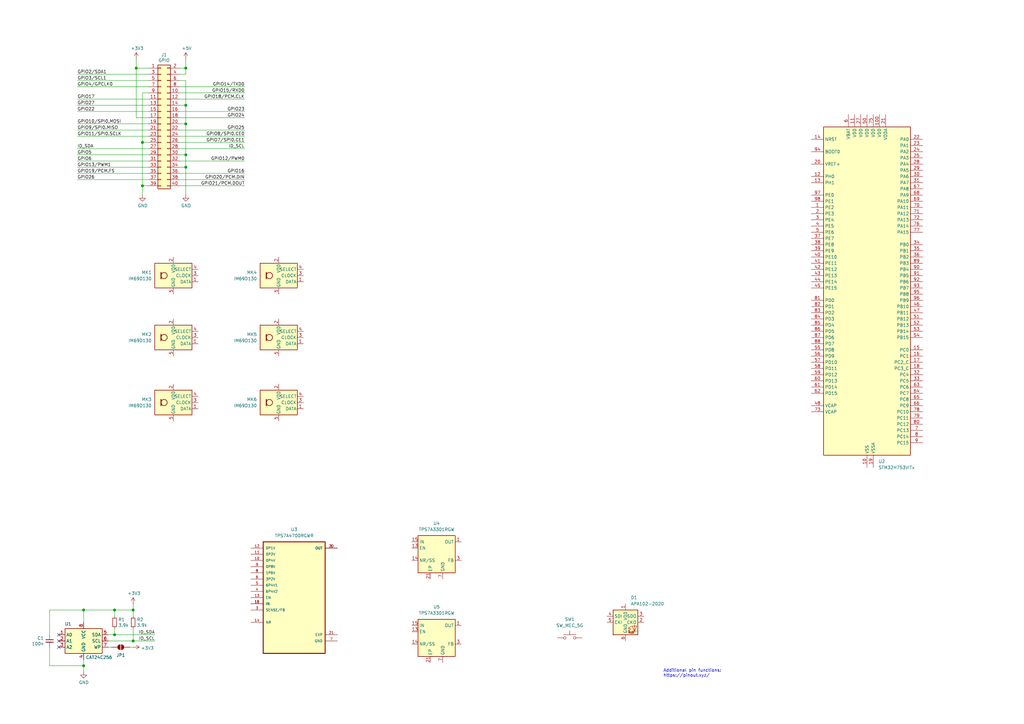
<source format=kicad_sch>
(kicad_sch (version 20250114) (generator "eeschema") (generator_version "9.0")
  (paper "A3")
  (title_block (date "15 nov 2012"))
  (lib_symbols
    (symbol "Connector_Generic:Conn_02x20_Odd_Even" (pin_names (offset 1.016) (hide yes))
      (property "Reference" "J" (at 1.27 25.4 0))
      (property "Value" "Conn_02x20_Odd_Even" (at 1.27 -27.94 0))
      (symbol "Conn_02x20_Odd_Even_1_1"
        (rectangle (start -1.27 24.13) (end 3.81 -26.67) (stroke (width 0.254)) (fill (type background)))
        (rectangle (start -1.27 22.987) (end 0 22.733) (stroke (width 0.1524)))
        (rectangle (start -1.27 20.447) (end 0 20.193) (stroke (width 0.1524)))
        (rectangle (start -1.27 17.907) (end 0 17.653) (stroke (width 0.1524)))
        (rectangle (start -1.27 15.367) (end 0 15.113) (stroke (width 0.1524)))
        (rectangle (start -1.27 12.827) (end 0 12.573) (stroke (width 0.1524)))
        (rectangle (start -1.27 10.287) (end 0 10.033) (stroke (width 0.1524)))
        (rectangle (start -1.27 7.747) (end 0 7.493) (stroke (width 0.1524)))
        (rectangle (start -1.27 5.207) (end 0 4.953) (stroke (width 0.1524)))
        (rectangle (start -1.27 2.667) (end 0 2.413) (stroke (width 0.1524)))
        (rectangle (start -1.27 0.127) (end 0 -0.127) (stroke (width 0.1524)))
        (rectangle (start -1.27 -2.413) (end 0 -2.667) (stroke (width 0.1524)))
        (rectangle (start -1.27 -4.953) (end 0 -5.207) (stroke (width 0.1524)))
        (rectangle (start -1.27 -7.493) (end 0 -7.747) (stroke (width 0.1524)))
        (rectangle (start -1.27 -10.033) (end 0 -10.287) (stroke (width 0.1524)))
        (rectangle (start -1.27 -12.573) (end 0 -12.827) (stroke (width 0.1524)))
        (rectangle (start -1.27 -15.113) (end 0 -15.367) (stroke (width 0.1524)))
        (rectangle (start -1.27 -17.653) (end 0 -17.907) (stroke (width 0.1524)))
        (rectangle (start -1.27 -20.193) (end 0 -20.447) (stroke (width 0.1524)))
        (rectangle (start -1.27 -22.733) (end 0 -22.987) (stroke (width 0.1524)))
        (rectangle (start -1.27 -25.273) (end 0 -25.527) (stroke (width 0.1524)))
        (rectangle (start 3.81 22.987) (end 2.54 22.733) (stroke (width 0.1524)))
        (rectangle (start 3.81 20.447) (end 2.54 20.193) (stroke (width 0.1524)))
        (rectangle (start 3.81 17.907) (end 2.54 17.653) (stroke (width 0.1524)))
        (rectangle (start 3.81 15.367) (end 2.54 15.113) (stroke (width 0.1524)))
        (rectangle (start 3.81 12.827) (end 2.54 12.573) (stroke (width 0.1524)))
        (rectangle (start 3.81 10.287) (end 2.54 10.033) (stroke (width 0.1524)))
        (rectangle (start 3.81 7.747) (end 2.54 7.493) (stroke (width 0.1524)))
        (rectangle (start 3.81 5.207) (end 2.54 4.953) (stroke (width 0.1524)))
        (rectangle (start 3.81 2.667) (end 2.54 2.413) (stroke (width 0.1524)))
        (rectangle (start 3.81 0.127) (end 2.54 -0.127) (stroke (width 0.1524)))
        (rectangle (start 3.81 -2.413) (end 2.54 -2.667) (stroke (width 0.1524)))
        (rectangle (start 3.81 -4.953) (end 2.54 -5.207) (stroke (width 0.1524)))
        (rectangle (start 3.81 -7.493) (end 2.54 -7.747) (stroke (width 0.1524)))
        (rectangle (start 3.81 -10.033) (end 2.54 -10.287) (stroke (width 0.1524)))
        (rectangle (start 3.81 -12.573) (end 2.54 -12.827) (stroke (width 0.1524)))
        (rectangle (start 3.81 -15.113) (end 2.54 -15.367) (stroke (width 0.1524)))
        (rectangle (start 3.81 -17.653) (end 2.54 -17.907) (stroke (width 0.1524)))
        (rectangle (start 3.81 -20.193) (end 2.54 -20.447) (stroke (width 0.1524)))
        (rectangle (start 3.81 -22.733) (end 2.54 -22.987) (stroke (width 0.1524)))
        (rectangle (start 3.81 -25.273) (end 2.54 -25.527) (stroke (width 0.1524)))
        (pin passive line (at -5.08 22.86 0) (length 3.81) (name "Pin_1") (number "1"))
        (pin passive line (at -5.08 20.32 0) (length 3.81) (name "Pin_3") (number "3"))
        (pin passive line (at -5.08 17.78 0) (length 3.81) (name "Pin_5") (number "5"))
        (pin passive line (at -5.08 15.24 0) (length 3.81) (name "Pin_7") (number "7"))
        (pin passive line (at -5.08 12.7 0) (length 3.81) (name "Pin_9") (number "9"))
        (pin passive line (at -5.08 10.16 0) (length 3.81) (name "Pin_11") (number "11"))
        (pin passive line (at -5.08 7.62 0) (length 3.81) (name "Pin_13") (number "13"))
        (pin passive line (at -5.08 5.08 0) (length 3.81) (name "Pin_15") (number "15"))
        (pin passive line (at -5.08 2.54 0) (length 3.81) (name "Pin_17") (number "17"))
        (pin passive line (at -5.08 0 0) (length 3.81) (name "Pin_19") (number "19"))
        (pin passive line (at -5.08 -2.54 0) (length 3.81) (name "Pin_21") (number "21"))
        (pin passive line (at -5.08 -5.08 0) (length 3.81) (name "Pin_23") (number "23"))
        (pin passive line (at -5.08 -7.62 0) (length 3.81) (name "Pin_25") (number "25"))
        (pin passive line (at -5.08 -10.16 0) (length 3.81) (name "Pin_27") (number "27"))
        (pin passive line (at -5.08 -12.7 0) (length 3.81) (name "Pin_29") (number "29"))
        (pin passive line (at -5.08 -15.24 0) (length 3.81) (name "Pin_31") (number "31"))
        (pin passive line (at -5.08 -17.78 0) (length 3.81) (name "Pin_33") (number "33"))
        (pin passive line (at -5.08 -20.32 0) (length 3.81) (name "Pin_35") (number "35"))
        (pin passive line (at -5.08 -22.86 0) (length 3.81) (name "Pin_37") (number "37"))
        (pin passive line (at -5.08 -25.4 0) (length 3.81) (name "Pin_39") (number "39"))
        (pin passive line (at 7.62 22.86 180) (length 3.81) (name "Pin_2") (number "2"))
        (pin passive line (at 7.62 20.32 180) (length 3.81) (name "Pin_4") (number "4"))
        (pin passive line (at 7.62 17.78 180) (length 3.81) (name "Pin_6") (number "6"))
        (pin passive line (at 7.62 15.24 180) (length 3.81) (name "Pin_8") (number "8"))
        (pin passive line (at 7.62 12.7 180) (length 3.81) (name "Pin_10") (number "10"))
        (pin passive line (at 7.62 10.16 180) (length 3.81) (name "Pin_12") (number "12"))
        (pin passive line (at 7.62 7.62 180) (length 3.81) (name "Pin_14") (number "14"))
        (pin passive line (at 7.62 5.08 180) (length 3.81) (name "Pin_16") (number "16"))
        (pin passive line (at 7.62 2.54 180) (length 3.81) (name "Pin_18") (number "18"))
        (pin passive line (at 7.62 0 180) (length 3.81) (name "Pin_20") (number "20"))
        (pin passive line (at 7.62 -2.54 180) (length 3.81) (name "Pin_22") (number "22"))
        (pin passive line (at 7.62 -5.08 180) (length 3.81) (name "Pin_24") (number "24"))
        (pin passive line (at 7.62 -7.62 180) (length 3.81) (name "Pin_26") (number "26"))
        (pin passive line (at 7.62 -10.16 180) (length 3.81) (name "Pin_28") (number "28"))
        (pin passive line (at 7.62 -12.7 180) (length 3.81) (name "Pin_30") (number "30"))
        (pin passive line (at 7.62 -15.24 180) (length 3.81) (name "Pin_32") (number "32"))
        (pin passive line (at 7.62 -17.78 180) (length 3.81) (name "Pin_34") (number "34"))
        (pin passive line (at 7.62 -20.32 180) (length 3.81) (name "Pin_36") (number "36"))
        (pin passive line (at 7.62 -22.86 180) (length 3.81) (name "Pin_38") (number "38"))
        (pin passive line (at 7.62 -25.4 180) (length 3.81) (name "Pin_40") (number "40"))
      )
    )
    (symbol "Device:C_Small" (pin_numbers (hide yes)) (pin_names (offset 0.254) (hide yes))
      (property "Reference" "C" (at 0.254 1.778 0))
      (property "Value" "C_Small" (at 0.254 -2.032 0))
      (symbol "C_Small_0_1"
        (polyline (pts (xy -1.524 0.508) (xy 1.524 0.508)) (stroke (width 0.3048)))
        (polyline (pts (xy -1.524 -0.508) (xy 1.524 -0.508)) (stroke (width 0.3302)))
      )
      (symbol "C_Small_1_1"
        (pin passive line (at 0 2.54 270) (length 2.032) (name "~") (number "1"))
        (pin passive line (at 0 -2.54 90) (length 2.032) (name "~") (number "2"))
      )
    )
    (symbol "Device:R_Small" (pin_numbers (hide yes)) (pin_names (offset 0.254) (hide yes))
      (property "Reference" "R" (at 0.762 0.508 0))
      (property "Value" "R_Small" (at 0.762 -1.016 0))
      (symbol "R_Small_0_1"
        (rectangle (start -0.762 1.778) (end 0.762 -1.778) (stroke (width 0.2032)))
      )
      (symbol "R_Small_1_1"
        (pin passive line (at 0 2.54 270) (length 0.762) (name "~") (number "1"))
        (pin passive line (at 0 -2.54 90) (length 0.762) (name "~") (number "2"))
      )
    )
    (symbol "Jumper:SolderJumper_2_Open" (pin_numbers (hide yes)) (pin_names (offset 0) (hide yes)) (exclude_from_sim yes) (in_bom no)
      (property "Reference" "JP" (at 0 2.032 0))
      (property "Value" "SolderJumper_2_Open" (at 0 -2.54 0))
      (symbol "SolderJumper_2_Open_0_1"
        (polyline (pts (xy -0.254 1.016) (xy -0.254 -1.016)))
        (arc (start -0.254 -1.016) (mid -1.2656 0) (end -0.254 1.016))
        (arc (start -0.254 -1.016) (mid -1.2656 0) (end -0.254 1.016) (fill (type outline)))
        (arc (start 0.254 1.016) (mid 1.2656 0) (end 0.254 -1.016))
        (arc (start 0.254 1.016) (mid 1.2656 0) (end 0.254 -1.016) (fill (type outline)))
        (polyline (pts (xy 0.254 1.016) (xy 0.254 -1.016)))
      )
      (symbol "SolderJumper_2_Open_1_1"
        (pin passive line (at -3.81 0 0) (length 2.54) (name "A") (number "1"))
        (pin passive line (at 3.81 0 180) (length 2.54) (name "B") (number "2"))
      )
    )
    (symbol "LED:APA102-2020"
      (property "Reference" "D" (at 5.08 5.715 0))
      (property "Value" "APA102-2020" (at 1.27 -5.715 0))
      (symbol "APA102-2020_0_0"
        (text "RGB" (at 2.286 -4.191 0) (effects (font (size 0.762 0.762))))
      )
      (symbol "APA102-2020_0_1"
        (polyline (pts (xy 1.27 -2.54) (xy 1.778 -2.54)))
        (polyline (pts (xy 1.27 -3.556) (xy 1.778 -3.556)))
        (polyline (pts (xy 2.286 -1.524) (xy 1.27 -2.54) (xy 1.27 -2.032)))
        (polyline (pts (xy 2.286 -2.54) (xy 1.27 -3.556) (xy 1.27 -3.048)))
        (polyline (pts (xy 3.683 -1.016) (xy 3.683 -3.556) (xy 3.683 -4.064)))
        (polyline (pts (xy 4.699 -1.524) (xy 2.667 -1.524) (xy 3.683 -3.556) (xy 4.699 -1.524)))
        (polyline (pts (xy 4.699 -3.556) (xy 2.667 -3.556)))
        (rectangle (start 5.08 5.08) (end -5.08 -5.08) (stroke (width 0.254)) (fill (type background)))
      )
      (symbol "APA102-2020_1_1"
        (pin input line (at -7.62 2.54 0) (length 2.54) (name "SDI") (number "4"))
        (pin input line (at -7.62 0 0) (length 2.54) (name "CKI") (number "5"))
        (pin power_in line (at 0 7.62 270) (length 2.54) (name "VDD") (number "1"))
        (pin power_in line (at 0 -7.62 90) (length 2.54) (name "GND") (number "6"))
        (pin output line (at 7.62 2.54 180) (length 2.54) (name "SDO") (number "3"))
        (pin output line (at 7.62 0 180) (length 2.54) (name "CKO") (number "2"))
      )
    )
    (symbol "MCU_ST_STM32H7:STM32H753VITx"
      (property "Reference" "U" (at -17.78 69.85 0))
      (property "Value" "STM32H753VITx" (at 10.16 69.85 0))
      (symbol "STM32H753VITx_0_1"
        (rectangle (start -17.78 -66.04) (end 17.78 68.58) (stroke (width 0.254)) (fill (type background)))
      )
      (symbol "STM32H753VITx_1_1"
        (pin input line (at -22.86 63.5 0) (length 5.08) (name "NRST") (number "14"))
        (pin input line (at -22.86 58.42 0) (length 5.08) (name "BOOT0") (number "94"))
        (pin input line (at -22.86 53.34 0) (length 5.08) (name "VREF+") (number "20"))
        (pin bidirectional line (at -22.86 48.26 0) (length 5.08) (name "PH0") (number "12"))
        (pin bidirectional line (at -22.86 45.72 0) (length 5.08) (name "PH1") (number "13"))
        (pin bidirectional line (at -22.86 40.64 0) (length 5.08) (name "PE0") (number "97"))
        (pin bidirectional line (at -22.86 38.1 0) (length 5.08) (name "PE1") (number "98"))
        (pin bidirectional line (at -22.86 35.56 0) (length 5.08) (name "PE2") (number "1"))
        (pin bidirectional line (at -22.86 33.02 0) (length 5.08) (name "PE3") (number "2"))
        (pin bidirectional line (at -22.86 30.48 0) (length 5.08) (name "PE4") (number "3"))
        (pin bidirectional line (at -22.86 27.94 0) (length 5.08) (name "PE5") (number "4"))
        (pin bidirectional line (at -22.86 25.4 0) (length 5.08) (name "PE6") (number "5"))
        (pin bidirectional line (at -22.86 22.86 0) (length 5.08) (name "PE7") (number "37"))
        (pin bidirectional line (at -22.86 20.32 0) (length 5.08) (name "PE8") (number "38"))
        (pin bidirectional line (at -22.86 17.78 0) (length 5.08) (name "PE9") (number "39"))
        (pin bidirectional line (at -22.86 15.24 0) (length 5.08) (name "PE10") (number "40"))
        (pin bidirectional line (at -22.86 12.7 0) (length 5.08) (name "PE11") (number "41"))
        (pin bidirectional line (at -22.86 10.16 0) (length 5.08) (name "PE12") (number "42"))
        (pin bidirectional line (at -22.86 7.62 0) (length 5.08) (name "PE13") (number "43"))
        (pin bidirectional line (at -22.86 5.08 0) (length 5.08) (name "PE14") (number "44"))
        (pin bidirectional line (at -22.86 2.54 0) (length 5.08) (name "PE15") (number "45"))
        (pin bidirectional line (at -22.86 -2.54 0) (length 5.08) (name "PD0") (number "81"))
        (pin bidirectional line (at -22.86 -5.08 0) (length 5.08) (name "PD1") (number "82"))
        (pin bidirectional line (at -22.86 -7.62 0) (length 5.08) (name "PD2") (number "83"))
        (pin bidirectional line (at -22.86 -10.16 0) (length 5.08) (name "PD3") (number "84"))
        (pin bidirectional line (at -22.86 -12.7 0) (length 5.08) (name "PD4") (number "85"))
        (pin bidirectional line (at -22.86 -15.24 0) (length 5.08) (name "PD5") (number "86"))
        (pin bidirectional line (at -22.86 -17.78 0) (length 5.08) (name "PD6") (number "87"))
        (pin bidirectional line (at -22.86 -20.32 0) (length 5.08) (name "PD7") (number "88"))
        (pin bidirectional line (at -22.86 -22.86 0) (length 5.08) (name "PD8") (number "55"))
        (pin bidirectional line (at -22.86 -25.4 0) (length 5.08) (name "PD9") (number "56"))
        (pin bidirectional line (at -22.86 -27.94 0) (length 5.08) (name "PD10") (number "57"))
        (pin bidirectional line (at -22.86 -30.48 0) (length 5.08) (name "PD11") (number "58"))
        (pin bidirectional line (at -22.86 -33.02 0) (length 5.08) (name "PD12") (number "59"))
        (pin bidirectional line (at -22.86 -35.56 0) (length 5.08) (name "PD13") (number "60"))
        (pin bidirectional line (at -22.86 -38.1 0) (length 5.08) (name "PD14") (number "61"))
        (pin bidirectional line (at -22.86 -40.64 0) (length 5.08) (name "PD15") (number "62"))
        (pin power_out line (at -22.86 -45.72 0) (length 5.08) (name "VCAP") (number "48"))
        (pin power_out line (at -22.86 -48.26 0) (length 5.08) (name "VCAP") (number "73"))
        (pin power_in line (at -7.62 73.66 270) (length 5.08) (name "VBAT") (number "6"))
        (pin power_in line (at -5.08 73.66 270) (length 5.08) (name "VDD") (number "11"))
        (pin power_in line (at -2.54 73.66 270) (length 5.08) (name "VDD") (number "27"))
        (pin power_in line (at 0 73.66 270) (length 5.08) (name "VDD") (number "50"))
        (pin power_in line (at 0 -71.12 90) (length 5.08) (name "VSS") (number "10"))
        (pin passive line (at 0 -71.12 90) (length 5.08) (hide yes) (name "VSS") (number "26"))
        (pin passive line (at 0 -71.12 90) (length 5.08) (hide yes) (name "VSS") (number "49"))
        (pin passive line (at 0 -71.12 90) (length 5.08) (hide yes) (name "VSS") (number "74"))
        (pin passive line (at 0 -71.12 90) (length 5.08) (hide yes) (name "VSS") (number "99"))
        (pin power_in line (at 2.54 73.66 270) (length 5.08) (name "VDD") (number "75"))
        (pin power_in line (at 2.54 -71.12 90) (length 5.08) (name "VSSA") (number "19"))
        (pin power_in line (at 5.08 73.66 270) (length 5.08) (name "VDD") (number "100"))
        (pin power_in line (at 7.62 73.66 270) (length 5.08) (name "VDDA") (number "21"))
        (pin bidirectional line (at 22.86 63.5 180) (length 5.08) (name "PA0") (number "22"))
        (pin bidirectional line (at 22.86 60.96 180) (length 5.08) (name "PA1") (number "23"))
        (pin bidirectional line (at 22.86 58.42 180) (length 5.08) (name "PA2") (number "24"))
        (pin bidirectional line (at 22.86 55.88 180) (length 5.08) (name "PA3") (number "25"))
        (pin bidirectional line (at 22.86 53.34 180) (length 5.08) (name "PA4") (number "28"))
        (pin bidirectional line (at 22.86 50.8 180) (length 5.08) (name "PA5") (number "29"))
        (pin bidirectional line (at 22.86 48.26 180) (length 5.08) (name "PA6") (number "30"))
        (pin bidirectional line (at 22.86 45.72 180) (length 5.08) (name "PA7") (number "31"))
        (pin bidirectional line (at 22.86 43.18 180) (length 5.08) (name "PA8") (number "67"))
        (pin bidirectional line (at 22.86 40.64 180) (length 5.08) (name "PA9") (number "68"))
        (pin bidirectional line (at 22.86 38.1 180) (length 5.08) (name "PA10") (number "69"))
        (pin bidirectional line (at 22.86 35.56 180) (length 5.08) (name "PA11") (number "70"))
        (pin bidirectional line (at 22.86 33.02 180) (length 5.08) (name "PA12") (number "71"))
        (pin bidirectional line (at 22.86 30.48 180) (length 5.08) (name "PA13") (number "72"))
        (pin bidirectional line (at 22.86 27.94 180) (length 5.08) (name "PA14") (number "76"))
        (pin bidirectional line (at 22.86 25.4 180) (length 5.08) (name "PA15") (number "77"))
        (pin bidirectional line (at 22.86 20.32 180) (length 5.08) (name "PB0") (number "34"))
        (pin bidirectional line (at 22.86 17.78 180) (length 5.08) (name "PB1") (number "35"))
        (pin bidirectional line (at 22.86 15.24 180) (length 5.08) (name "PB2") (number "36"))
        (pin bidirectional line (at 22.86 12.7 180) (length 5.08) (name "PB3") (number "89"))
        (pin bidirectional line (at 22.86 10.16 180) (length 5.08) (name "PB4") (number "90"))
        (pin bidirectional line (at 22.86 7.62 180) (length 5.08) (name "PB5") (number "91"))
        (pin bidirectional line (at 22.86 5.08 180) (length 5.08) (name "PB6") (number "92"))
        (pin bidirectional line (at 22.86 2.54 180) (length 5.08) (name "PB7") (number "93"))
        (pin bidirectional line (at 22.86 0 180) (length 5.08) (name "PB8") (number "95"))
        (pin bidirectional line (at 22.86 -2.54 180) (length 5.08) (name "PB9") (number "96"))
        (pin bidirectional line (at 22.86 -5.08 180) (length 5.08) (name "PB10") (number "46"))
        (pin bidirectional line (at 22.86 -7.62 180) (length 5.08) (name "PB11") (number "47"))
        (pin bidirectional line (at 22.86 -10.16 180) (length 5.08) (name "PB12") (number "51"))
        (pin bidirectional line (at 22.86 -12.7 180) (length 5.08) (name "PB13") (number "52"))
        (pin bidirectional line (at 22.86 -15.24 180) (length 5.08) (name "PB14") (number "53"))
        (pin bidirectional line (at 22.86 -17.78 180) (length 5.08) (name "PB15") (number "54"))
        (pin bidirectional line (at 22.86 -22.86 180) (length 5.08) (name "PC0") (number "15"))
        (pin bidirectional line (at 22.86 -25.4 180) (length 5.08) (name "PC1") (number "16"))
        (pin bidirectional line (at 22.86 -27.94 180) (length 5.08) (name "PC2_C") (number "17"))
        (pin bidirectional line (at 22.86 -30.48 180) (length 5.08) (name "PC3_C") (number "18"))
        (pin bidirectional line (at 22.86 -33.02 180) (length 5.08) (name "PC4") (number "32"))
        (pin bidirectional line (at 22.86 -35.56 180) (length 5.08) (name "PC5") (number "33"))
        (pin bidirectional line (at 22.86 -38.1 180) (length 5.08) (name "PC6") (number "63"))
        (pin bidirectional line (at 22.86 -40.64 180) (length 5.08) (name "PC7") (number "64"))
        (pin bidirectional line (at 22.86 -43.18 180) (length 5.08) (name "PC8") (number "65"))
        (pin bidirectional line (at 22.86 -45.72 180) (length 5.08) (name "PC9") (number "66"))
        (pin bidirectional line (at 22.86 -48.26 180) (length 5.08) (name "PC10") (number "78"))
        (pin bidirectional line (at 22.86 -50.8 180) (length 5.08) (name "PC11") (number "79"))
        (pin bidirectional line (at 22.86 -53.34 180) (length 5.08) (name "PC12") (number "80"))
        (pin bidirectional line (at 22.86 -55.88 180) (length 5.08) (name "PC13") (number "7"))
        (pin bidirectional line (at 22.86 -58.42 180) (length 5.08) (name "PC14") (number "8"))
        (pin bidirectional line (at 22.86 -60.96 180) (length 5.08) (name "PC15") (number "9"))
      )
    )
    (symbol "Memory_EEPROM:CAT24C256"
      (property "Reference" "U" (at -6.35 6.35 0))
      (property "Value" "CAT24C256" (at 1.27 6.35 0))
      (symbol "CAT24C256_1_1"
        (rectangle (start -7.62 5.08) (end 7.62 -5.08) (stroke (width 0.254)) (fill (type background)))
        (pin input line (at -10.16 2.54 0) (length 2.54) (name "A0") (number "1"))
        (pin input line (at -10.16 0 0) (length 2.54) (name "A1") (number "2"))
        (pin input line (at -10.16 -2.54 0) (length 2.54) (name "A2") (number "3"))
        (pin power_in line (at 0 7.62 270) (length 2.54) (name "VCC") (number "8"))
        (pin power_in line (at 0 -7.62 90) (length 2.54) (name "GND") (number "4"))
        (pin bidirectional line (at 10.16 2.54 180) (length 2.54) (name "SDA") (number "5"))
        (pin input line (at 10.16 0 180) (length 2.54) (name "SCL") (number "6"))
        (pin input line (at 10.16 -2.54 180) (length 2.54) (name "WP") (number "7"))
      )
    )
    (symbol "Regulator_Linear:TPS7A3301RGW"
      (property "Reference" "U" (at -6.35 8.89 0))
      (property "Value" "TPS7A3301RGW" (at 3.81 8.89 0))
      (symbol "TPS7A3301RGW_0_1"
        (rectangle (start -7.62 7.62) (end 7.62 -7.62) (stroke (width 0.254)) (fill (type background)))
      )
      (symbol "TPS7A3301RGW_1_1"
        (pin power_in line (at -10.16 5.08 0) (length 2.54) (name "IN") (number "15"))
        (pin passive line (at -10.16 5.08 0) (length 2.54) (hide yes) (name "IN") (number "16"))
        (pin input line (at -10.16 2.54 0) (length 2.54) (name "EN") (number "13"))
        (pin passive line (at -10.16 -2.54 0) (length 2.54) (name "NR/SS") (number "14"))
        (pin power_in line (at -2.54 -10.16 90) (length 2.54) (name "EP") (number "21"))
        (pin power_in line (at 2.54 -10.16 90) (length 2.54) (name "GND") (number "7"))
        (pin power_out line (at 10.16 5.08 180) (length 2.54) (name "OUT") (number "1"))
        (pin passive line (at 10.16 5.08 180) (length 2.54) (hide yes) (name "OUT") (number "20"))
        (pin input line (at 10.16 -2.54 180) (length 2.54) (name "FB") (number "3"))
      )
    )
    (symbol "Sensor_Audio:IM69D130" (pin_names (offset 0.254))
      (property "Reference" "MK" (at -7.62 6.35 0))
      (property "Value" "IM69D130" (at 1.27 6.35 0))
      (symbol "IM69D130_0_1"
        (rectangle (start -7.62 5.08) (end 7.62 -5.08) (stroke (width 0.254)) (fill (type background)))
        (polyline (pts (xy -5.08 1.27) (xy -5.08 -1.27)) (stroke (width 0.381)))
        (circle (center -3.81 0) (radius 1.27) (stroke (width 0.254)))
      )
      (symbol "IM69D130_1_1"
        (pin power_in line (at 0 7.62 270) (length 2.54) (name "VDD") (number "2"))
        (pin power_in line (at 0 -7.62 90) (length 2.54) (name "GND") (number "5"))
        (pin input line (at 10.16 2.54 180) (length 2.54) (name "SELECT") (number "4"))
        (pin input line (at 10.16 0 180) (length 2.54) (name "CLOCK") (number "3"))
        (pin output line (at 10.16 -2.54 180) (length 2.54) (name "DATA") (number "1"))
      )
    )
    (symbol "Switch:SW_MEC_5G" (pin_numbers (hide yes)) (pin_names (offset 1.016) (hide yes))
      (property "Reference" "SW" (at 1.27 2.54 0))
      (property "Value" "SW_MEC_5G" (at 0 -1.524 0))
      (symbol "SW_MEC_5G_0_1"
        (circle (center -2.032 0) (radius 0.508))
        (polyline (pts (xy 0 1.27) (xy 0 3.048)))
        (circle (center 2.032 0) (radius 0.508))
        (polyline (pts (xy 2.54 1.27) (xy -2.54 1.27)))
        (pin passive line (at -5.08 0 0) (length 2.54) (name "A") (number "1"))
        (pin passive line (at 5.08 0 180) (length 2.54) (name "B") (number "3"))
      )
      (symbol "SW_MEC_5G_1_1"
        (pin passive line (at -5.08 0 0) (length 2.54) (hide yes) (name "A") (number "2"))
        (pin passive line (at 5.08 0 180) (length 2.54) (hide yes) (name "B") (number "4"))
      )
    )
    (symbol "TPS7A4700:TPS7A4700RGWR" (pin_names (offset 1.016))
      (property "Reference" "U" (at -12.7 23.86 0))
      (property "Value" "TPS7A4700RGWR" (at -12.7 -26.86 0))
      (symbol "TPS7A4700RGWR_0_0"
        (rectangle (start -12.7 -22.86) (end 12.7 22.86) (stroke (width 0.41)) (fill (type background)))
        (pin input line (at -17.78 20.32 0) (length 5.08) (name "0P1V") (number "12"))
        (pin input line (at -17.78 17.78 0) (length 5.08) (name "0P2V") (number "11"))
        (pin input line (at -17.78 15.24 0) (length 5.08) (name "0P4V") (number "10"))
        (pin input line (at -17.78 12.7 0) (length 5.08) (name "0P8V") (number "9"))
        (pin input line (at -17.78 10.16 0) (length 5.08) (name "1P6V") (number "8"))
        (pin input line (at -17.78 7.62 0) (length 5.08) (name "3P2V") (number "6"))
        (pin input line (at -17.78 5.08 0) (length 5.08) (name "6P4V1") (number "5"))
        (pin input line (at -17.78 2.54 0) (length 5.08) (name "6P4V2") (number "4"))
        (pin input line (at -17.78 0 0) (length 5.08) (name "EN") (number "13"))
        (pin input line (at -17.78 -2.54 0) (length 5.08) (name "IN") (number "15"))
        (pin input line (at -17.78 -2.54 0) (length 5.08) (name "IN") (number "16"))
        (pin input line (at -17.78 -5.08 0) (length 5.08) (name "SENSE/FB") (number "3"))
        (pin bidirectional line (at -17.78 -10.16 0) (length 5.08) (name "NR") (number "14"))
        (pin output line (at 17.78 20.32 180) (length 5.08) (name "OUT") (number "1"))
        (pin output line (at 17.78 20.32 180) (length 5.08) (name "OUT") (number "20"))
        (pin power_in line (at 17.78 -15.24 180) (length 5.08) (name "EXP") (number "21"))
        (pin power_in line (at 17.78 -17.78 180) (length 5.08) (name "GND") (number "7"))
      )
    )
    (symbol "power:+3.3V" (power) (pin_numbers (hide yes)) (pin_names (offset 0) (hide yes))
      (property "Value" "+3.3V" (at 0 3.556 0))
      (symbol "+3.3V_0_1"
        (polyline (pts (xy -0.762 1.27) (xy 0 2.54)))
        (polyline (pts (xy 0 2.54) (xy 0.762 1.27)))
        (polyline (pts (xy 0 0) (xy 0 2.54)))
      )
      (symbol "+3.3V_1_1"
        (pin power_in line (at 0 0 90) (length 0) (name "~") (number "1"))
      )
    )
    (symbol "power:+5V" (power) (pin_numbers (hide yes)) (pin_names (offset 0) (hide yes))
      (property "Value" "+5V" (at 0 3.556 0))
      (symbol "+5V_0_1"
        (polyline (pts (xy -0.762 1.27) (xy 0 2.54)))
        (polyline (pts (xy 0 2.54) (xy 0.762 1.27)))
        (polyline (pts (xy 0 0) (xy 0 2.54)))
      )
      (symbol "+5V_1_1"
        (pin power_in line (at 0 0 90) (length 0) (name "~") (number "1"))
      )
    )
    (symbol "power:GND" (power) (pin_numbers (hide yes)) (pin_names (offset 0) (hide yes))
      (property "Value" "GND" (at 0 -3.81 0))
      (symbol "GND_0_1"
        (polyline (pts (xy 0 0) (xy 0 -1.27) (xy 1.27 -1.27) (xy 0 -2.54) (xy -1.27 -1.27) (xy 0 -1.27)))
      )
      (symbol "GND_1_1"
        (pin power_in line (at 0 0 270) (length 0) (name "~") (number "1"))
      )
    )
  )
  (text "Additional pin functions:\nhttps://pinout.xyz/" (at 272.034 277.876 0) (effects (font (size 1.27 1.27)) (justify left bottom)))
  (text "ID_SD and ID_SC PINS:\nThese pins are reserved for HAT ID EEPROM.\n\nAt boot time this I2C interface will be\ninterrogated to look for an EEPROM\nthat identifes the attached board and\nallows automagic setup of the GPIOs\n(and optionally, Linux drivers).\n\nBridging JP1 enables write protection.\n\nDO NOT USE these pins for anything other\nthan attaching an I2C ID EEPROM. Leave\nunconnected if ID EEPROM not required." (at -54.864 284.988 0) (effects (font (size 1.27 1.27)) (justify left bottom)))
  (junction (at 46.99 260.35) (diameter 1.016))
  (junction (at 76.2 27.94) (diameter 1.016))
  (junction (at 34.29 273.05) (diameter 1.016))
  (junction (at 76.2 43.18) (diameter 1.016))
  (junction (at 34.29 250.19) (diameter 1.016))
  (junction (at 54.61 250.19) (diameter 1.016))
  (junction (at 58.42 76.2) (diameter 1.016))
  (junction (at 58.42 58.42) (diameter 1.016))
  (junction (at 76.2 68.58) (diameter 1.016))
  (junction (at 76.2 63.5) (diameter 1.016))
  (junction (at 76.2 50.8) (diameter 1.016))
  (junction (at 54.61 262.89) (diameter 1.016))
  (junction (at 55.88 27.94) (diameter 1.016))
  (junction (at 46.99 250.19) (diameter 1.016))
  (no_connect (at 24.13 260.35))
  (no_connect (at 24.13 262.89))
  (no_connect (at 24.13 265.43))
  (wire (pts (xy 58.42 58.42) (xy 58.42 76.2)))
  (wire (pts (xy 73.66 58.42) (xy 100.33 58.42)))
  (wire (pts (xy 60.96 40.64) (xy 31.75 40.64)))
  (wire (pts (xy 34.29 250.19) (xy 46.99 250.19)))
  (wire (pts (xy 54.61 250.19) (xy 46.99 250.19)))
  (wire (pts (xy 54.61 252.73) (xy 54.61 250.19)))
  (wire (pts (xy 76.2 33.02) (xy 76.2 43.18)))
  (wire (pts (xy 76.2 50.8) (xy 73.66 50.8)))
  (wire (pts (xy 76.2 63.5) (xy 76.2 68.58)))
  (wire (pts (xy 76.2 50.8) (xy 76.2 63.5)))
  (wire (pts (xy 73.66 35.56) (xy 100.33 35.56)))
  (wire (pts (xy 58.42 38.1) (xy 58.42 58.42)))
  (wire (pts (xy 44.45 260.35) (xy 46.99 260.35)))
  (wire (pts (xy 46.99 260.35) (xy 63.5 260.35)))
  (wire (pts (xy 58.42 38.1) (xy 60.96 38.1)))
  (wire (pts (xy 44.45 265.43) (xy 45.72 265.43)))
  (wire (pts (xy 53.34 265.43) (xy 54.61 265.43)))
  (wire (pts (xy 73.66 55.88) (xy 100.33 55.88)))
  (wire (pts (xy 60.96 60.96) (xy 31.75 60.96)))
  (wire (pts (xy 31.75 63.5) (xy 60.96 63.5)))
  (wire (pts (xy 58.42 58.42) (xy 60.96 58.42)))
  (wire (pts (xy 54.61 247.65) (xy 54.61 250.19)))
  (wire (pts (xy 73.66 45.72) (xy 100.33 45.72)))
  (wire (pts (xy 34.29 250.19) (xy 34.29 255.27)))
  (wire (pts (xy 73.66 76.2) (xy 100.33 76.2)))
  (wire (pts (xy 58.42 76.2) (xy 58.42 80.01)))
  (wire (pts (xy 31.75 43.18) (xy 60.96 43.18)))
  (wire (pts (xy 54.61 257.81) (xy 54.61 262.89)))
  (wire (pts (xy 55.88 24.13) (xy 55.88 27.94)))
  (wire (pts (xy 76.2 68.58) (xy 73.66 68.58)))
  (wire (pts (xy 31.75 33.02) (xy 60.96 33.02)))
  (wire (pts (xy 31.75 55.88) (xy 60.96 55.88)))
  (wire (pts (xy 55.88 48.26) (xy 60.96 48.26)))
  (wire (pts (xy 60.96 30.48) (xy 31.75 30.48)))
  (wire (pts (xy 76.2 27.94) (xy 76.2 30.48)))
  (wire (pts (xy 76.2 43.18) (xy 76.2 50.8)))
  (wire (pts (xy 73.66 40.64) (xy 100.33 40.64)))
  (wire (pts (xy 76.2 43.18) (xy 73.66 43.18)))
  (wire (pts (xy 76.2 24.13) (xy 76.2 27.94)))
  (wire (pts (xy 31.75 35.56) (xy 60.96 35.56)))
  (wire (pts (xy 46.99 250.19) (xy 46.99 252.73)))
  (wire (pts (xy 76.2 27.94) (xy 73.66 27.94)))
  (wire (pts (xy 55.88 27.94) (xy 55.88 48.26)))
  (wire (pts (xy 73.66 48.26) (xy 100.33 48.26)))
  (wire (pts (xy 73.66 38.1) (xy 100.33 38.1)))
  (wire (pts (xy 46.99 257.81) (xy 46.99 260.35)))
  (wire (pts (xy 44.45 262.89) (xy 54.61 262.89)))
  (wire (pts (xy 54.61 262.89) (xy 63.5 262.89)))
  (wire (pts (xy 31.75 45.72) (xy 60.96 45.72)))
  (wire (pts (xy 31.75 53.34) (xy 60.96 53.34)))
  (wire (pts (xy 31.75 66.04) (xy 60.96 66.04)))
  (wire (pts (xy 76.2 30.48) (xy 73.66 30.48)))
  (wire (pts (xy 31.75 71.12) (xy 60.96 71.12)))
  (wire (pts (xy 73.66 71.12) (xy 100.33 71.12)))
  (wire (pts (xy 73.66 66.04) (xy 100.33 66.04)))
  (wire (pts (xy 58.42 76.2) (xy 60.96 76.2)))
  (wire (pts (xy 73.66 73.66) (xy 100.33 73.66)))
  (wire (pts (xy 76.2 33.02) (xy 73.66 33.02)))
  (wire (pts (xy 31.75 73.66) (xy 60.96 73.66)))
  (wire (pts (xy 20.32 250.19) (xy 20.32 260.35)))
  (wire (pts (xy 20.32 265.43) (xy 20.32 273.05)))
  (wire (pts (xy 20.32 273.05) (xy 34.29 273.05)))
  (wire (pts (xy 34.29 250.19) (xy 20.32 250.19)))
  (wire (pts (xy 34.29 270.51) (xy 34.29 273.05)))
  (wire (pts (xy 34.29 273.05) (xy 34.29 275.59)))
  (wire (pts (xy 76.2 68.58) (xy 76.2 80.01)))
  (wire (pts (xy 73.66 53.34) (xy 100.33 53.34)))
  (wire (pts (xy 60.96 68.58) (xy 31.75 68.58)))
  (wire (pts (xy 76.2 63.5) (xy 73.66 63.5)))
  (wire (pts (xy 55.88 27.94) (xy 60.96 27.94)))
  (wire (pts (xy 60.96 50.8) (xy 31.75 50.8)))
  (wire (pts (xy 73.66 60.96) (xy 100.33 60.96)))
  (label "ID_SDA" (at 31.75 60.96 0))
  (label "GPIO6" (at 31.75 66.04 0))
  (label "ID_SDA" (at 63.5 260.35 180))
  (label "ID_SCL" (at 100.33 60.96 180))
  (label "GPIO5" (at 31.75 63.5 0))
  (label "GPIO21{slash}PCM.DOUT" (at 100.33 76.2 180))
  (label "GPIO19{slash}PCM.FS" (at 31.75 71.12 0))
  (label "GPIO10{slash}SPI0.MOSI" (at 31.75 50.8 0))
  (label "GPIO9{slash}SPI0.MISO" (at 31.75 53.34 0))
  (label "GPIO23" (at 100.33 45.72 180))
  (label "GPIO4{slash}GPCLK0" (at 31.75 35.56 0))
  (label "GPIO27" (at 31.75 43.18 0))
  (label "GPIO26" (at 31.75 73.66 0))
  (label "GPIO14{slash}TXD0" (at 100.33 35.56 180))
  (label "GPIO8{slash}SPI0.CE0" (at 100.33 55.88 180))
  (label "GPIO15{slash}RXD0" (at 100.33 38.1 180))
  (label "GPIO16" (at 100.33 71.12 180))
  (label "GPIO22" (at 31.75 45.72 0))
  (label "GPIO2{slash}SDA1" (at 31.75 30.48 0))
  (label "GPIO17" (at 31.75 40.64 0))
  (label "GPIO25" (at 100.33 53.34 180))
  (label "GPIO3{slash}SCL1" (at 31.75 33.02 0))
  (label "GPIO18{slash}PCM.CLK" (at 100.33 40.64 180))
  (label "GPIO12{slash}PWM0" (at 100.33 66.04 180))
  (label "GPIO13{slash}PWM1" (at 31.75 68.58 0))
  (label "GPIO20{slash}PCM.DIN" (at 100.33 73.66 180))
  (label "GPIO24" (at 100.33 48.26 180))
  (label "GPIO7{slash}SPI0.CE1" (at 100.33 58.42 180))
  (label "ID_SCL" (at 63.5 262.89 180))
  (label "GPIO11{slash}SPI0.SCLK" (at 31.75 55.88 0))
  (symbol (lib_id "power:+5V") (at 76.2 24.13 0) (unit 1)
    (property "Reference" "#PWR01" (effects (hide yes)))
    (property "Value" "+5V" (at 76.5683 19.8056 0))
    (property "Description" "Power symbol creates a global label with name \"+5V\"" (effects (hide yes)))
  )
  (symbol (lib_id "power:+3.3V") (at 55.88 24.13 0) (unit 1)
    (property "Reference" "#PWR04" (effects (hide yes)))
    (property "Value" "+3V3" (at 56.2483 19.8056 0))
    (property "Description" "Power symbol creates a global label with name \"+3.3V\"" (effects (hide yes)))
  )
  (symbol (lib_id "power:GND") (at 76.2 80.01 0) (unit 1)
    (property "Reference" "#PWR02" (effects (hide yes)))
    (property "Value" "GND" (at 76.3143 84.3344 0))
    (property "Description" "Power symbol creates a global label with name \"GND\" , ground" (effects (hide yes)))
  )
  (symbol (lib_id "power:GND") (at 58.42 80.01 0) (unit 1)
    (property "Reference" "#PWR03" (effects (hide yes)))
    (property "Value" "GND" (at 58.5343 84.3344 0))
    (property "Description" "Power symbol creates a global label with name \"GND\" , ground" (effects (hide yes)))
  )
  (symbol (lib_id "Connector_Generic:Conn_02x20_Odd_Even") (at 66.04 50.8 0) (unit 1)
    (property "Reference" "J1" (at 67.31 22.4598 0))
    (property "Value" "GPIO" (at 67.31 24.765 0))
    (property "Footprint" "Connector_PinSocket_2.54mm:PinSocket_2x20_P2.54mm_Vertical" (effects (hide yes)))
    (property "Description" "Generic connector, double row, 02x20, odd/even pin numbering scheme (row 1 odd numbers, row 2 even numbers), script generated (kicad-library-utils/schlib/autogen/connector/)" (effects (hide yes)))
  )
  (symbol (lib_id "LED:APA102-2020") (at 256.54 255.27 0) (unit 1)
    (property "Reference" "D1" (at 258.6833 245.11 0) (effects (justify left)))
    (property "Value" "APA102-2020" (at 258.6833 247.65 0) (effects (justify left)))
    (property "Footprint" "LED_SMD:LED-APA102-2020" (effects (hide yes)))
    (property "Datasheet" "http://www.led-color.com/upload/201604/APA102-2020%20SMD%20LED.pdf" (effects (hide yes)))
    (property "Description" "RGB LED with integrated controller" (effects (hide yes)))
  )
  (symbol (lib_id "Sensor_Audio:IM69D130") (at 71.12 165.1 0) (unit 1)
    (property "Reference" "MK3" (at 62.23 163.8299 0) (effects (justify right)))
    (property "Value" "IM69D130" (at 62.23 166.3699 0) (effects (justify right)))
    (property "Footprint" "Sensor_Audio:Infineon_PG-LLGA-5-1" (effects (hide yes)))
    (property "Datasheet" "https://www.infineon.com/dgdl/Infineon-IM69D130-DS-v01_00-EN.pdf?fileId=5546d462602a9dc801607a0e46511a2e" (effects (hide yes)))
    (property "Description" "High performance digital XENSIV MEMS microphone, -36 dBFS Sensitivity, LLGA-5" (effects (hide yes)))
  )
  (symbol (lib_id "Device:C_Small") (at 20.32 262.89 0) (unit 1)
    (property "Reference" "C1" (at 17.9958 261.7406 0) (effects (justify right)))
    (property "Value" "100n" (at 17.9958 264.0393 0) (effects (justify right)))
    (property "Description" "Unpolarized capacitor, small symbol" (effects (hide yes)))
  )
  (symbol (lib_id "TPS7A4700:TPS7A4700RGWR") (at 120.65 245.11 0) (unit 1)
    (property "Reference" "U3" (at 120.65 217.17 0))
    (property "Value" "TPS7A4700RGWR" (at 120.65 219.71 0))
    (property "Footprint" "TPS7A4700RGWR:QFN65P500X500X100-21N" (effects (hide yes)))
    (property "MF" "Texas Instruments" (effects (hide yes)))
    (property "Description_1" "1-A, 36-V, low-noise, high-PSRR, low-dropout voltage regulator with enable" (effects (hide yes)))
    (property "Package" "VQFN-20 Texas Instruments" (effects (hide yes)))
    (property "Price" "None" (effects (hide yes)))
    (property "SnapEDA_Link" "https://www.snapeda.com/parts/TPS7A4700RGWR/Texas+Instruments/view-part/?ref=snap" (effects (hide yes)))
    (property "MP" "TPS7A4700RGWR" (effects (hide yes)))
    (property "Availability" "In Stock" (effects (hide yes)))
    (property "Check_prices" "https://www.snapeda.com/parts/TPS7A4700RGWR/Texas+Instruments/view-part/?ref=eda" (effects (hide yes)))
  )
  (symbol (lib_id "Sensor_Audio:IM69D130") (at 114.3 165.1 0) (unit 1)
    (property "Reference" "MK6" (at 105.41 163.8299 0) (effects (justify right)))
    (property "Value" "IM69D130" (at 105.41 166.3699 0) (effects (justify right)))
    (property "Footprint" "Sensor_Audio:Infineon_PG-LLGA-5-1" (effects (hide yes)))
    (property "Datasheet" "https://www.infineon.com/dgdl/Infineon-IM69D130-DS-v01_00-EN.pdf?fileId=5546d462602a9dc801607a0e46511a2e" (effects (hide yes)))
    (property "Description" "High performance digital XENSIV MEMS microphone, -36 dBFS Sensitivity, LLGA-5" (effects (hide yes)))
  )
  (symbol (lib_id "Device:R_Small") (at 46.99 255.27 0) (unit 1)
    (property "Reference" "R1" (at 48.4886 254.127 0) (effects (justify left)))
    (property "Value" "3.9k" (at 48.4887 256.4193 0) (effects (justify left)))
    (property "Description" "Resistor, small symbol" (effects (hide yes)))
  )
  (symbol (lib_id "Sensor_Audio:IM69D130") (at 114.3 113.03 0) (unit 1)
    (property "Reference" "MK4" (at 105.41 111.7599 0) (effects (justify right)))
    (property "Value" "IM69D130" (at 105.41 114.2999 0) (effects (justify right)))
    (property "Footprint" "Sensor_Audio:Infineon_PG-LLGA-5-1" (effects (hide yes)))
    (property "Datasheet" "https://www.infineon.com/dgdl/Infineon-IM69D130-DS-v01_00-EN.pdf?fileId=5546d462602a9dc801607a0e46511a2e" (effects (hide yes)))
    (property "Description" "High performance digital XENSIV MEMS microphone, -36 dBFS Sensitivity, LLGA-5" (effects (hide yes)))
  )
  (symbol (lib_id "Jumper:SolderJumper_2_Open") (at 49.53 265.43 0) (unit 1)
    (property "Reference" "JP1" (at 49.53 268.713 0))
    (property "Value" "ID_WP" (effects (hide yes)))
    (property "Description" "Solder Jumper, 2-pole, open" (effects (hide yes)))
  )
  (symbol (lib_id "Device:R_Small") (at 54.61 255.27 0) (unit 1)
    (property "Reference" "R2" (at 56.1086 254.127 0) (effects (justify left)))
    (property "Value" "3.9k" (at 56.1087 256.4193 0) (effects (justify left)))
    (property "Description" "Resistor, small symbol" (effects (hide yes)))
  )
  (symbol (lib_id "Regulator_Linear:TPS7A3301RGW") (at 179.07 261.62 0) (unit 1)
    (property "Reference" "U5" (at 179.07 248.92 0))
    (property "Value" "TPS7A3301RGW" (at 179.07 251.46 0))
    (property "Footprint" "Package_DFN_QFN:Texas_RGW0020A_VQFN-20-1EP_5x5mm_P0.65mm_EP3.15x3.15mm_ThermalVias" (effects (hide yes)))
    (property "Datasheet" "https://www.ti.com/lit/ds/symlink/tps7a33.pdf" (effects (hide yes)))
    (property "Description" "1A, Low-Noise Lod-Dropout Negative Voltage Regulator, -3..-36V Input, Adjustable -1.18...-33V Output, VQFN-20" (effects (hide yes)))
  )
  (symbol (lib_id "power:+3.3V") (at 54.61 247.65 0) (unit 1)
    (property "Reference" "#PWR0101" (effects (hide yes)))
    (property "Value" "+3V3" (at 54.9783 243.3256 0))
    (property "Description" "Power symbol creates a global label with name \"+3.3V\"" (effects (hide yes)))
  )
  (symbol (lib_id "Memory_EEPROM:CAT24C256") (at 34.29 262.89 0) (unit 1)
    (property "Reference" "U1" (at 27.94 255.8858 0))
    (property "Value" "CAT24C256" (at 40.64 269.6145 0))
    (property "Datasheet" "https://www.onsemi.cn/PowerSolutions/document/CAT24C256-D.PDF" (effects (hide yes)))
    (property "Description" "256 kb CMOS Serial EEPROM, DIP-8/SOIC-8/TSSOP-8/DFN-8" (effects (hide yes)))
  )
  (symbol (lib_id "Switch:SW_MEC_5G") (at 233.68 261.62 0) (unit 1)
    (property "Reference" "SW1" (at 233.68 254 0))
    (property "Value" "SW_MEC_5G" (at 233.68 256.54 0))
    (property "Footprint" "Button_Switch_SMD:SW_MEC_5GSH9" (effects (hide yes)))
    (property "Datasheet" "http://www.apem.com/int/index.php?controller=attachment&id_attachment=488" (effects (hide yes)))
    (property "Description" "MEC 5G single pole normally-open tactile switch" (effects (hide yes)))
  )
  (symbol (lib_id "Regulator_Linear:TPS7A3301RGW") (at 179.07 227.33 0) (unit 1)
    (property "Reference" "U4" (at 179.07 214.63 0))
    (property "Value" "TPS7A3301RGW" (at 179.07 217.17 0))
    (property "Footprint" "Package_DFN_QFN:Texas_RGW0020A_VQFN-20-1EP_5x5mm_P0.65mm_EP3.15x3.15mm_ThermalVias" (effects (hide yes)))
    (property "Datasheet" "https://www.ti.com/lit/ds/symlink/tps7a33.pdf" (effects (hide yes)))
    (property "Description" "1A, Low-Noise Lod-Dropout Negative Voltage Regulator, -3..-36V Input, Adjustable -1.18...-33V Output, VQFN-20" (effects (hide yes)))
  )
  (symbol (lib_id "MCU_ST_STM32H7:STM32H753VITx") (at 355.6 120.65 0) (unit 1)
    (property "Reference" "U2" (at 360.2833 189.23 0) (effects (justify left)))
    (property "Value" "STM32H753VITx" (at 360.2833 191.77 0) (effects (justify left)))
    (property "Footprint" "Package_QFP:LQFP-100_14x14mm_P0.5mm" (effects (hide yes)))
    (property "Datasheet" "https://www.st.com/resource/en/datasheet/stm32h753vi.pdf" (effects (hide yes)))
    (property "Description" "STMicroelectronics Arm Cortex-M7 MCU, 2048KB flash, 1024KB RAM, 480 MHz, 1.71-3.6V, 82 GPIO, LQFP100" (effects (hide yes)))
  )
  (symbol (lib_id "Sensor_Audio:IM69D130") (at 71.12 138.43 0) (unit 1)
    (property "Reference" "MK2" (at 62.23 137.1599 0) (effects (justify right)))
    (property "Value" "IM69D130" (at 62.23 139.6999 0) (effects (justify right)))
    (property "Footprint" "Sensor_Audio:Infineon_PG-LLGA-5-1" (effects (hide yes)))
    (property "Datasheet" "https://www.infineon.com/dgdl/Infineon-IM69D130-DS-v01_00-EN.pdf?fileId=5546d462602a9dc801607a0e46511a2e" (effects (hide yes)))
    (property "Description" "High performance digital XENSIV MEMS microphone, -36 dBFS Sensitivity, LLGA-5" (effects (hide yes)))
  )
  (symbol (lib_id "power:GND") (at 34.29 275.59 0) (unit 1)
    (property "Reference" "#PWR0102" (effects (hide yes)))
    (property "Value" "GND" (at 34.4043 279.9144 0))
    (property "Description" "Power symbol creates a global label with name \"GND\" , ground" (effects (hide yes)))
  )
  (symbol (lib_id "power:+3.3V") (at 54.61 265.43 270) (unit 1)
    (property "Reference" "#PWR0103" (effects (hide yes)))
    (property "Value" "+3V3" (at 57.7851 265.7983 90) (effects (justify left)))
    (property "Description" "Power symbol creates a global label with name \"+3.3V\"" (effects (hide yes)))
  )
  (symbol (lib_id "Sensor_Audio:IM69D130") (at 71.12 113.03 0) (unit 1)
    (property "Reference" "MK1" (at 62.23 111.7599 0) (effects (justify right)))
    (property "Value" "IM69D130" (at 62.23 114.2999 0) (effects (justify right)))
    (property "Footprint" "Sensor_Audio:Infineon_PG-LLGA-5-1" (effects (hide yes)))
    (property "Datasheet" "https://www.infineon.com/dgdl/Infineon-IM69D130-DS-v01_00-EN.pdf?fileId=5546d462602a9dc801607a0e46511a2e" (effects (hide yes)))
    (property "Description" "High performance digital XENSIV MEMS microphone, -36 dBFS Sensitivity, LLGA-5" (effects (hide yes)))
  )
  (symbol (lib_id "Sensor_Audio:IM69D130") (at 114.3 138.43 0) (unit 1)
    (property "Reference" "MK5" (at 105.41 137.1599 0) (effects (justify right)))
    (property "Value" "IM69D130" (at 105.41 139.6999 0) (effects (justify right)))
    (property "Footprint" "Sensor_Audio:Infineon_PG-LLGA-5-1" (effects (hide yes)))
    (property "Datasheet" "https://www.infineon.com/dgdl/Infineon-IM69D130-DS-v01_00-EN.pdf?fileId=5546d462602a9dc801607a0e46511a2e" (effects (hide yes)))
    (property "Description" "High performance digital XENSIV MEMS microphone, -36 dBFS Sensitivity, LLGA-5" (effects (hide yes)))
  )
)
</source>
